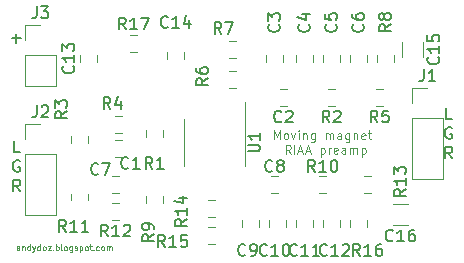
<source format=gbr>
G04 #@! TF.GenerationSoftware,KiCad,Pcbnew,(5.1.4)-1*
G04 #@! TF.CreationDate,2020-02-13T09:56:34+00:00*
G04 #@! TF.ProjectId,Phono stereo 2 smd,50686f6e-6f20-4737-9465-72656f203220,rev?*
G04 #@! TF.SameCoordinates,Original*
G04 #@! TF.FileFunction,Legend,Top*
G04 #@! TF.FilePolarity,Positive*
%FSLAX46Y46*%
G04 Gerber Fmt 4.6, Leading zero omitted, Abs format (unit mm)*
G04 Created by KiCad (PCBNEW (5.1.4)-1) date 2020-02-13 09:56:34*
%MOMM*%
%LPD*%
G04 APERTURE LIST*
%ADD10C,0.125000*%
%ADD11C,0.150000*%
%ADD12C,0.100000*%
%ADD13C,0.120000*%
G04 APERTURE END LIST*
D10*
X21336476Y-56360190D02*
X21336476Y-56098285D01*
X21312666Y-56050666D01*
X21265047Y-56026857D01*
X21169809Y-56026857D01*
X21122190Y-56050666D01*
X21336476Y-56336380D02*
X21288857Y-56360190D01*
X21169809Y-56360190D01*
X21122190Y-56336380D01*
X21098380Y-56288761D01*
X21098380Y-56241142D01*
X21122190Y-56193523D01*
X21169809Y-56169714D01*
X21288857Y-56169714D01*
X21336476Y-56145904D01*
X21574571Y-56026857D02*
X21574571Y-56360190D01*
X21574571Y-56074476D02*
X21598380Y-56050666D01*
X21646000Y-56026857D01*
X21717428Y-56026857D01*
X21765047Y-56050666D01*
X21788857Y-56098285D01*
X21788857Y-56360190D01*
X22241238Y-56360190D02*
X22241238Y-55860190D01*
X22241238Y-56336380D02*
X22193619Y-56360190D01*
X22098380Y-56360190D01*
X22050761Y-56336380D01*
X22026952Y-56312571D01*
X22003142Y-56264952D01*
X22003142Y-56122095D01*
X22026952Y-56074476D01*
X22050761Y-56050666D01*
X22098380Y-56026857D01*
X22193619Y-56026857D01*
X22241238Y-56050666D01*
X22431714Y-56026857D02*
X22550761Y-56360190D01*
X22669809Y-56026857D02*
X22550761Y-56360190D01*
X22503142Y-56479238D01*
X22479333Y-56503047D01*
X22431714Y-56526857D01*
X23074571Y-56360190D02*
X23074571Y-55860190D01*
X23074571Y-56336380D02*
X23026952Y-56360190D01*
X22931714Y-56360190D01*
X22884095Y-56336380D01*
X22860285Y-56312571D01*
X22836476Y-56264952D01*
X22836476Y-56122095D01*
X22860285Y-56074476D01*
X22884095Y-56050666D01*
X22931714Y-56026857D01*
X23026952Y-56026857D01*
X23074571Y-56050666D01*
X23384095Y-56360190D02*
X23336476Y-56336380D01*
X23312666Y-56312571D01*
X23288857Y-56264952D01*
X23288857Y-56122095D01*
X23312666Y-56074476D01*
X23336476Y-56050666D01*
X23384095Y-56026857D01*
X23455523Y-56026857D01*
X23503142Y-56050666D01*
X23526952Y-56074476D01*
X23550761Y-56122095D01*
X23550761Y-56264952D01*
X23526952Y-56312571D01*
X23503142Y-56336380D01*
X23455523Y-56360190D01*
X23384095Y-56360190D01*
X23717428Y-56026857D02*
X23979333Y-56026857D01*
X23717428Y-56360190D01*
X23979333Y-56360190D01*
X24169809Y-56312571D02*
X24193619Y-56336380D01*
X24169809Y-56360190D01*
X24146000Y-56336380D01*
X24169809Y-56312571D01*
X24169809Y-56360190D01*
X24407904Y-56360190D02*
X24407904Y-55860190D01*
X24407904Y-56050666D02*
X24455523Y-56026857D01*
X24550761Y-56026857D01*
X24598380Y-56050666D01*
X24622190Y-56074476D01*
X24646000Y-56122095D01*
X24646000Y-56264952D01*
X24622190Y-56312571D01*
X24598380Y-56336380D01*
X24550761Y-56360190D01*
X24455523Y-56360190D01*
X24407904Y-56336380D01*
X24931714Y-56360190D02*
X24884095Y-56336380D01*
X24860285Y-56288761D01*
X24860285Y-55860190D01*
X25193619Y-56360190D02*
X25146000Y-56336380D01*
X25122190Y-56312571D01*
X25098380Y-56264952D01*
X25098380Y-56122095D01*
X25122190Y-56074476D01*
X25146000Y-56050666D01*
X25193619Y-56026857D01*
X25265047Y-56026857D01*
X25312666Y-56050666D01*
X25336476Y-56074476D01*
X25360285Y-56122095D01*
X25360285Y-56264952D01*
X25336476Y-56312571D01*
X25312666Y-56336380D01*
X25265047Y-56360190D01*
X25193619Y-56360190D01*
X25788857Y-56026857D02*
X25788857Y-56431619D01*
X25765047Y-56479238D01*
X25741238Y-56503047D01*
X25693619Y-56526857D01*
X25622190Y-56526857D01*
X25574571Y-56503047D01*
X25788857Y-56336380D02*
X25741238Y-56360190D01*
X25646000Y-56360190D01*
X25598380Y-56336380D01*
X25574571Y-56312571D01*
X25550761Y-56264952D01*
X25550761Y-56122095D01*
X25574571Y-56074476D01*
X25598380Y-56050666D01*
X25646000Y-56026857D01*
X25741238Y-56026857D01*
X25788857Y-56050666D01*
X26003142Y-56336380D02*
X26050761Y-56360190D01*
X26146000Y-56360190D01*
X26193619Y-56336380D01*
X26217428Y-56288761D01*
X26217428Y-56264952D01*
X26193619Y-56217333D01*
X26146000Y-56193523D01*
X26074571Y-56193523D01*
X26026952Y-56169714D01*
X26003142Y-56122095D01*
X26003142Y-56098285D01*
X26026952Y-56050666D01*
X26074571Y-56026857D01*
X26146000Y-56026857D01*
X26193619Y-56050666D01*
X26431714Y-56026857D02*
X26431714Y-56526857D01*
X26431714Y-56050666D02*
X26479333Y-56026857D01*
X26574571Y-56026857D01*
X26622190Y-56050666D01*
X26646000Y-56074476D01*
X26669809Y-56122095D01*
X26669809Y-56264952D01*
X26646000Y-56312571D01*
X26622190Y-56336380D01*
X26574571Y-56360190D01*
X26479333Y-56360190D01*
X26431714Y-56336380D01*
X26955523Y-56360190D02*
X26907904Y-56336380D01*
X26884095Y-56312571D01*
X26860285Y-56264952D01*
X26860285Y-56122095D01*
X26884095Y-56074476D01*
X26907904Y-56050666D01*
X26955523Y-56026857D01*
X27026952Y-56026857D01*
X27074571Y-56050666D01*
X27098380Y-56074476D01*
X27122190Y-56122095D01*
X27122190Y-56264952D01*
X27098380Y-56312571D01*
X27074571Y-56336380D01*
X27026952Y-56360190D01*
X26955523Y-56360190D01*
X27265047Y-56026857D02*
X27455523Y-56026857D01*
X27336476Y-55860190D02*
X27336476Y-56288761D01*
X27360285Y-56336380D01*
X27407904Y-56360190D01*
X27455523Y-56360190D01*
X27622190Y-56312571D02*
X27646000Y-56336380D01*
X27622190Y-56360190D01*
X27598380Y-56336380D01*
X27622190Y-56312571D01*
X27622190Y-56360190D01*
X28074571Y-56336380D02*
X28026952Y-56360190D01*
X27931714Y-56360190D01*
X27884095Y-56336380D01*
X27860285Y-56312571D01*
X27836476Y-56264952D01*
X27836476Y-56122095D01*
X27860285Y-56074476D01*
X27884095Y-56050666D01*
X27931714Y-56026857D01*
X28026952Y-56026857D01*
X28074571Y-56050666D01*
X28360285Y-56360190D02*
X28312666Y-56336380D01*
X28288857Y-56312571D01*
X28265047Y-56264952D01*
X28265047Y-56122095D01*
X28288857Y-56074476D01*
X28312666Y-56050666D01*
X28360285Y-56026857D01*
X28431714Y-56026857D01*
X28479333Y-56050666D01*
X28503142Y-56074476D01*
X28526952Y-56122095D01*
X28526952Y-56264952D01*
X28503142Y-56312571D01*
X28479333Y-56336380D01*
X28431714Y-56360190D01*
X28360285Y-56360190D01*
X28741238Y-56360190D02*
X28741238Y-56026857D01*
X28741238Y-56074476D02*
X28765047Y-56050666D01*
X28812666Y-56026857D01*
X28884095Y-56026857D01*
X28931714Y-56050666D01*
X28955523Y-56098285D01*
X28955523Y-56360190D01*
X28955523Y-56098285D02*
X28979333Y-56050666D01*
X29026952Y-56026857D01*
X29098380Y-56026857D01*
X29146000Y-56050666D01*
X29169809Y-56098285D01*
X29169809Y-56360190D01*
D11*
X57967523Y-45284380D02*
X57491333Y-45284380D01*
X57491333Y-44284380D01*
X57919904Y-45982000D02*
X57824666Y-45934380D01*
X57681809Y-45934380D01*
X57538952Y-45982000D01*
X57443714Y-46077238D01*
X57396095Y-46172476D01*
X57348476Y-46362952D01*
X57348476Y-46505809D01*
X57396095Y-46696285D01*
X57443714Y-46791523D01*
X57538952Y-46886761D01*
X57681809Y-46934380D01*
X57777047Y-46934380D01*
X57919904Y-46886761D01*
X57967523Y-46839142D01*
X57967523Y-46505809D01*
X57777047Y-46505809D01*
X57967523Y-48584380D02*
X57634190Y-48108190D01*
X57396095Y-48584380D02*
X57396095Y-47584380D01*
X57777047Y-47584380D01*
X57872285Y-47632000D01*
X57919904Y-47679619D01*
X57967523Y-47774857D01*
X57967523Y-47917714D01*
X57919904Y-48012952D01*
X57872285Y-48060571D01*
X57777047Y-48108190D01*
X57396095Y-48108190D01*
X21391523Y-48078380D02*
X20915333Y-48078380D01*
X20915333Y-47078380D01*
X21343904Y-48776000D02*
X21248666Y-48728380D01*
X21105809Y-48728380D01*
X20962952Y-48776000D01*
X20867714Y-48871238D01*
X20820095Y-48966476D01*
X20772476Y-49156952D01*
X20772476Y-49299809D01*
X20820095Y-49490285D01*
X20867714Y-49585523D01*
X20962952Y-49680761D01*
X21105809Y-49728380D01*
X21201047Y-49728380D01*
X21343904Y-49680761D01*
X21391523Y-49633142D01*
X21391523Y-49299809D01*
X21201047Y-49299809D01*
X21391523Y-51378380D02*
X21058190Y-50902190D01*
X20820095Y-51378380D02*
X20820095Y-50378380D01*
X21201047Y-50378380D01*
X21296285Y-50426000D01*
X21343904Y-50473619D01*
X21391523Y-50568857D01*
X21391523Y-50711714D01*
X21343904Y-50806952D01*
X21296285Y-50854571D01*
X21201047Y-50902190D01*
X20820095Y-50902190D01*
X20701047Y-38425428D02*
X21462952Y-38425428D01*
X21082000Y-38806380D02*
X21082000Y-38044476D01*
D12*
X42886857Y-46970785D02*
X42886857Y-46220785D01*
X43136857Y-46756500D01*
X43386857Y-46220785D01*
X43386857Y-46970785D01*
X43851142Y-46970785D02*
X43779714Y-46935071D01*
X43744000Y-46899357D01*
X43708285Y-46827928D01*
X43708285Y-46613642D01*
X43744000Y-46542214D01*
X43779714Y-46506500D01*
X43851142Y-46470785D01*
X43958285Y-46470785D01*
X44029714Y-46506500D01*
X44065428Y-46542214D01*
X44101142Y-46613642D01*
X44101142Y-46827928D01*
X44065428Y-46899357D01*
X44029714Y-46935071D01*
X43958285Y-46970785D01*
X43851142Y-46970785D01*
X44351142Y-46470785D02*
X44529714Y-46970785D01*
X44708285Y-46470785D01*
X44994000Y-46970785D02*
X44994000Y-46470785D01*
X44994000Y-46220785D02*
X44958285Y-46256500D01*
X44994000Y-46292214D01*
X45029714Y-46256500D01*
X44994000Y-46220785D01*
X44994000Y-46292214D01*
X45351142Y-46470785D02*
X45351142Y-46970785D01*
X45351142Y-46542214D02*
X45386857Y-46506500D01*
X45458285Y-46470785D01*
X45565428Y-46470785D01*
X45636857Y-46506500D01*
X45672571Y-46577928D01*
X45672571Y-46970785D01*
X46351142Y-46470785D02*
X46351142Y-47077928D01*
X46315428Y-47149357D01*
X46279714Y-47185071D01*
X46208285Y-47220785D01*
X46101142Y-47220785D01*
X46029714Y-47185071D01*
X46351142Y-46935071D02*
X46279714Y-46970785D01*
X46136857Y-46970785D01*
X46065428Y-46935071D01*
X46029714Y-46899357D01*
X45994000Y-46827928D01*
X45994000Y-46613642D01*
X46029714Y-46542214D01*
X46065428Y-46506500D01*
X46136857Y-46470785D01*
X46279714Y-46470785D01*
X46351142Y-46506500D01*
X47279714Y-46970785D02*
X47279714Y-46470785D01*
X47279714Y-46542214D02*
X47315428Y-46506500D01*
X47386857Y-46470785D01*
X47494000Y-46470785D01*
X47565428Y-46506500D01*
X47601142Y-46577928D01*
X47601142Y-46970785D01*
X47601142Y-46577928D02*
X47636857Y-46506500D01*
X47708285Y-46470785D01*
X47815428Y-46470785D01*
X47886857Y-46506500D01*
X47922571Y-46577928D01*
X47922571Y-46970785D01*
X48601142Y-46970785D02*
X48601142Y-46577928D01*
X48565428Y-46506500D01*
X48494000Y-46470785D01*
X48351142Y-46470785D01*
X48279714Y-46506500D01*
X48601142Y-46935071D02*
X48529714Y-46970785D01*
X48351142Y-46970785D01*
X48279714Y-46935071D01*
X48244000Y-46863642D01*
X48244000Y-46792214D01*
X48279714Y-46720785D01*
X48351142Y-46685071D01*
X48529714Y-46685071D01*
X48601142Y-46649357D01*
X49279714Y-46470785D02*
X49279714Y-47077928D01*
X49244000Y-47149357D01*
X49208285Y-47185071D01*
X49136857Y-47220785D01*
X49029714Y-47220785D01*
X48958285Y-47185071D01*
X49279714Y-46935071D02*
X49208285Y-46970785D01*
X49065428Y-46970785D01*
X48994000Y-46935071D01*
X48958285Y-46899357D01*
X48922571Y-46827928D01*
X48922571Y-46613642D01*
X48958285Y-46542214D01*
X48994000Y-46506500D01*
X49065428Y-46470785D01*
X49208285Y-46470785D01*
X49279714Y-46506500D01*
X49636857Y-46470785D02*
X49636857Y-46970785D01*
X49636857Y-46542214D02*
X49672571Y-46506500D01*
X49744000Y-46470785D01*
X49851142Y-46470785D01*
X49922571Y-46506500D01*
X49958285Y-46577928D01*
X49958285Y-46970785D01*
X50601142Y-46935071D02*
X50529714Y-46970785D01*
X50386857Y-46970785D01*
X50315428Y-46935071D01*
X50279714Y-46863642D01*
X50279714Y-46577928D01*
X50315428Y-46506500D01*
X50386857Y-46470785D01*
X50529714Y-46470785D01*
X50601142Y-46506500D01*
X50636857Y-46577928D01*
X50636857Y-46649357D01*
X50279714Y-46720785D01*
X50851142Y-46470785D02*
X51136857Y-46470785D01*
X50958285Y-46220785D02*
X50958285Y-46863642D01*
X50994000Y-46935071D01*
X51065428Y-46970785D01*
X51136857Y-46970785D01*
X44297571Y-48195785D02*
X44047571Y-47838642D01*
X43869000Y-48195785D02*
X43869000Y-47445785D01*
X44154714Y-47445785D01*
X44226142Y-47481500D01*
X44261857Y-47517214D01*
X44297571Y-47588642D01*
X44297571Y-47695785D01*
X44261857Y-47767214D01*
X44226142Y-47802928D01*
X44154714Y-47838642D01*
X43869000Y-47838642D01*
X44619000Y-48195785D02*
X44619000Y-47445785D01*
X44940428Y-47981500D02*
X45297571Y-47981500D01*
X44869000Y-48195785D02*
X45119000Y-47445785D01*
X45369000Y-48195785D01*
X45583285Y-47981500D02*
X45940428Y-47981500D01*
X45511857Y-48195785D02*
X45761857Y-47445785D01*
X46011857Y-48195785D01*
X46833285Y-47695785D02*
X46833285Y-48445785D01*
X46833285Y-47731500D02*
X46904714Y-47695785D01*
X47047571Y-47695785D01*
X47119000Y-47731500D01*
X47154714Y-47767214D01*
X47190428Y-47838642D01*
X47190428Y-48052928D01*
X47154714Y-48124357D01*
X47119000Y-48160071D01*
X47047571Y-48195785D01*
X46904714Y-48195785D01*
X46833285Y-48160071D01*
X47511857Y-48195785D02*
X47511857Y-47695785D01*
X47511857Y-47838642D02*
X47547571Y-47767214D01*
X47583285Y-47731500D01*
X47654714Y-47695785D01*
X47726142Y-47695785D01*
X48261857Y-48160071D02*
X48190428Y-48195785D01*
X48047571Y-48195785D01*
X47976142Y-48160071D01*
X47940428Y-48088642D01*
X47940428Y-47802928D01*
X47976142Y-47731500D01*
X48047571Y-47695785D01*
X48190428Y-47695785D01*
X48261857Y-47731500D01*
X48297571Y-47802928D01*
X48297571Y-47874357D01*
X47940428Y-47945785D01*
X48940428Y-48195785D02*
X48940428Y-47802928D01*
X48904714Y-47731500D01*
X48833285Y-47695785D01*
X48690428Y-47695785D01*
X48619000Y-47731500D01*
X48940428Y-48160071D02*
X48869000Y-48195785D01*
X48690428Y-48195785D01*
X48619000Y-48160071D01*
X48583285Y-48088642D01*
X48583285Y-48017214D01*
X48619000Y-47945785D01*
X48690428Y-47910071D01*
X48869000Y-47910071D01*
X48940428Y-47874357D01*
X49297571Y-48195785D02*
X49297571Y-47695785D01*
X49297571Y-47767214D02*
X49333285Y-47731500D01*
X49404714Y-47695785D01*
X49511857Y-47695785D01*
X49583285Y-47731500D01*
X49619000Y-47802928D01*
X49619000Y-48195785D01*
X49619000Y-47802928D02*
X49654714Y-47731500D01*
X49726142Y-47695785D01*
X49833285Y-47695785D01*
X49904714Y-47731500D01*
X49940428Y-47802928D01*
X49940428Y-48195785D01*
X50297571Y-47695785D02*
X50297571Y-48445785D01*
X50297571Y-47731500D02*
X50369000Y-47695785D01*
X50511857Y-47695785D01*
X50583285Y-47731500D01*
X50619000Y-47767214D01*
X50654714Y-47838642D01*
X50654714Y-48052928D01*
X50619000Y-48124357D01*
X50583285Y-48160071D01*
X50511857Y-48195785D01*
X50369000Y-48195785D01*
X50297571Y-48160071D01*
D13*
X54196064Y-52430000D02*
X52991936Y-52430000D01*
X54196064Y-54250000D02*
X52991936Y-54250000D01*
X53700000Y-38767936D02*
X53700000Y-39972064D01*
X55520000Y-38767936D02*
X55520000Y-39972064D01*
X52077252Y-42724000D02*
X51554748Y-42724000D01*
X52077252Y-44144000D02*
X51554748Y-44144000D01*
X21784000Y-45660000D02*
X23114000Y-45660000D01*
X21784000Y-46990000D02*
X21784000Y-45660000D01*
X21784000Y-48260000D02*
X24444000Y-48260000D01*
X24444000Y-48260000D02*
X24444000Y-53400000D01*
X21784000Y-48260000D02*
X21784000Y-53400000D01*
X21784000Y-53400000D02*
X24444000Y-53400000D01*
X54550000Y-42612000D02*
X55880000Y-42612000D01*
X54550000Y-43942000D02*
X54550000Y-42612000D01*
X54550000Y-45212000D02*
X57210000Y-45212000D01*
X57210000Y-45212000D02*
X57210000Y-50352000D01*
X54550000Y-45212000D02*
X54550000Y-50352000D01*
X54550000Y-50352000D02*
X57210000Y-50352000D01*
X40406000Y-47244000D02*
X40406000Y-43794000D01*
X40406000Y-47244000D02*
X40406000Y-49194000D01*
X35286000Y-47244000D02*
X35286000Y-45294000D01*
X35286000Y-47244000D02*
X35286000Y-49194000D01*
X30726748Y-39572000D02*
X31249252Y-39572000D01*
X30726748Y-38152000D02*
X31249252Y-38152000D01*
X49328000Y-53840748D02*
X49328000Y-54363252D01*
X50748000Y-53840748D02*
X50748000Y-54363252D01*
X37853252Y-54408000D02*
X37330748Y-54408000D01*
X37853252Y-55828000D02*
X37330748Y-55828000D01*
X37853252Y-52122000D02*
X37330748Y-52122000D01*
X37853252Y-53542000D02*
X37330748Y-53542000D01*
X51061252Y-50090000D02*
X50538748Y-50090000D01*
X51061252Y-51510000D02*
X50538748Y-51510000D01*
X29725252Y-52376000D02*
X29202748Y-52376000D01*
X29725252Y-53796000D02*
X29202748Y-53796000D01*
X25706000Y-51563748D02*
X25706000Y-52086252D01*
X27126000Y-51563748D02*
X27126000Y-52086252D01*
X47251252Y-50090000D02*
X46728748Y-50090000D01*
X47251252Y-51510000D02*
X46728748Y-51510000D01*
X33476000Y-52331252D02*
X33476000Y-51808748D01*
X32056000Y-52331252D02*
X32056000Y-51808748D01*
X53034000Y-40393252D02*
X53034000Y-39870748D01*
X51614000Y-40393252D02*
X51614000Y-39870748D01*
X39631252Y-38660000D02*
X39108748Y-38660000D01*
X39631252Y-40080000D02*
X39108748Y-40080000D01*
X39631252Y-41200000D02*
X39108748Y-41200000D01*
X39631252Y-42620000D02*
X39108748Y-42620000D01*
X29979252Y-45010000D02*
X29456748Y-45010000D01*
X29979252Y-46430000D02*
X29456748Y-46430000D01*
X27126000Y-47251252D02*
X27126000Y-46728748D01*
X25706000Y-47251252D02*
X25706000Y-46728748D01*
X48013252Y-42724000D02*
X47490748Y-42724000D01*
X48013252Y-44144000D02*
X47490748Y-44144000D01*
X32056000Y-46220748D02*
X32056000Y-46743252D01*
X33476000Y-46220748D02*
X33476000Y-46743252D01*
X21784000Y-37278000D02*
X23114000Y-37278000D01*
X21784000Y-38608000D02*
X21784000Y-37278000D01*
X21784000Y-39878000D02*
X24444000Y-39878000D01*
X24444000Y-39878000D02*
X24444000Y-42478000D01*
X21784000Y-39878000D02*
X21784000Y-42478000D01*
X21784000Y-42478000D02*
X24444000Y-42478000D01*
X35254000Y-40139252D02*
X35254000Y-39616748D01*
X33834000Y-40139252D02*
X33834000Y-39616748D01*
X27888000Y-40393252D02*
X27888000Y-39870748D01*
X26468000Y-40393252D02*
X26468000Y-39870748D01*
X47042000Y-53840748D02*
X47042000Y-54363252D01*
X48462000Y-53840748D02*
X48462000Y-54363252D01*
X44756000Y-53840748D02*
X44756000Y-54363252D01*
X46176000Y-53840748D02*
X46176000Y-54363252D01*
X42470000Y-53840748D02*
X42470000Y-54363252D01*
X43890000Y-53840748D02*
X43890000Y-54363252D01*
X40184000Y-53840748D02*
X40184000Y-54363252D01*
X41604000Y-53840748D02*
X41604000Y-54363252D01*
X43187252Y-50090000D02*
X42664748Y-50090000D01*
X43187252Y-51510000D02*
X42664748Y-51510000D01*
X29725252Y-50090000D02*
X29202748Y-50090000D01*
X29725252Y-51510000D02*
X29202748Y-51510000D01*
X50748000Y-40393252D02*
X50748000Y-39870748D01*
X49328000Y-40393252D02*
X49328000Y-39870748D01*
X48462000Y-40393252D02*
X48462000Y-39870748D01*
X47042000Y-40393252D02*
X47042000Y-39870748D01*
X46176000Y-40393252D02*
X46176000Y-39870748D01*
X44756000Y-40393252D02*
X44756000Y-39870748D01*
X43636000Y-40393252D02*
X43636000Y-39870748D01*
X42216000Y-40393252D02*
X42216000Y-39870748D01*
X43949252Y-42724000D02*
X43426748Y-42724000D01*
X43949252Y-44144000D02*
X43426748Y-44144000D01*
X29979252Y-47042000D02*
X29456748Y-47042000D01*
X29979252Y-48462000D02*
X29456748Y-48462000D01*
D11*
X52951142Y-55517142D02*
X52903523Y-55564761D01*
X52760666Y-55612380D01*
X52665428Y-55612380D01*
X52522571Y-55564761D01*
X52427333Y-55469523D01*
X52379714Y-55374285D01*
X52332095Y-55183809D01*
X52332095Y-55040952D01*
X52379714Y-54850476D01*
X52427333Y-54755238D01*
X52522571Y-54660000D01*
X52665428Y-54612380D01*
X52760666Y-54612380D01*
X52903523Y-54660000D01*
X52951142Y-54707619D01*
X53903523Y-55612380D02*
X53332095Y-55612380D01*
X53617809Y-55612380D02*
X53617809Y-54612380D01*
X53522571Y-54755238D01*
X53427333Y-54850476D01*
X53332095Y-54898095D01*
X54760666Y-54612380D02*
X54570190Y-54612380D01*
X54474952Y-54660000D01*
X54427333Y-54707619D01*
X54332095Y-54850476D01*
X54284476Y-55040952D01*
X54284476Y-55421904D01*
X54332095Y-55517142D01*
X54379714Y-55564761D01*
X54474952Y-55612380D01*
X54665428Y-55612380D01*
X54760666Y-55564761D01*
X54808285Y-55517142D01*
X54855904Y-55421904D01*
X54855904Y-55183809D01*
X54808285Y-55088571D01*
X54760666Y-55040952D01*
X54665428Y-54993333D01*
X54474952Y-54993333D01*
X54379714Y-55040952D01*
X54332095Y-55088571D01*
X54284476Y-55183809D01*
X56787142Y-40012857D02*
X56834761Y-40060476D01*
X56882380Y-40203333D01*
X56882380Y-40298571D01*
X56834761Y-40441428D01*
X56739523Y-40536666D01*
X56644285Y-40584285D01*
X56453809Y-40631904D01*
X56310952Y-40631904D01*
X56120476Y-40584285D01*
X56025238Y-40536666D01*
X55930000Y-40441428D01*
X55882380Y-40298571D01*
X55882380Y-40203333D01*
X55930000Y-40060476D01*
X55977619Y-40012857D01*
X56882380Y-39060476D02*
X56882380Y-39631904D01*
X56882380Y-39346190D02*
X55882380Y-39346190D01*
X56025238Y-39441428D01*
X56120476Y-39536666D01*
X56168095Y-39631904D01*
X55882380Y-38155714D02*
X55882380Y-38631904D01*
X56358571Y-38679523D01*
X56310952Y-38631904D01*
X56263333Y-38536666D01*
X56263333Y-38298571D01*
X56310952Y-38203333D01*
X56358571Y-38155714D01*
X56453809Y-38108095D01*
X56691904Y-38108095D01*
X56787142Y-38155714D01*
X56834761Y-38203333D01*
X56882380Y-38298571D01*
X56882380Y-38536666D01*
X56834761Y-38631904D01*
X56787142Y-38679523D01*
X51649333Y-45536380D02*
X51316000Y-45060190D01*
X51077904Y-45536380D02*
X51077904Y-44536380D01*
X51458857Y-44536380D01*
X51554095Y-44584000D01*
X51601714Y-44631619D01*
X51649333Y-44726857D01*
X51649333Y-44869714D01*
X51601714Y-44964952D01*
X51554095Y-45012571D01*
X51458857Y-45060190D01*
X51077904Y-45060190D01*
X52554095Y-44536380D02*
X52077904Y-44536380D01*
X52030285Y-45012571D01*
X52077904Y-44964952D01*
X52173142Y-44917333D01*
X52411238Y-44917333D01*
X52506476Y-44964952D01*
X52554095Y-45012571D01*
X52601714Y-45107809D01*
X52601714Y-45345904D01*
X52554095Y-45441142D01*
X52506476Y-45488761D01*
X52411238Y-45536380D01*
X52173142Y-45536380D01*
X52077904Y-45488761D01*
X52030285Y-45441142D01*
X22780666Y-44112380D02*
X22780666Y-44826666D01*
X22733047Y-44969523D01*
X22637809Y-45064761D01*
X22494952Y-45112380D01*
X22399714Y-45112380D01*
X23209238Y-44207619D02*
X23256857Y-44160000D01*
X23352095Y-44112380D01*
X23590190Y-44112380D01*
X23685428Y-44160000D01*
X23733047Y-44207619D01*
X23780666Y-44302857D01*
X23780666Y-44398095D01*
X23733047Y-44540952D01*
X23161619Y-45112380D01*
X23780666Y-45112380D01*
X55546666Y-41064380D02*
X55546666Y-41778666D01*
X55499047Y-41921523D01*
X55403809Y-42016761D01*
X55260952Y-42064380D01*
X55165714Y-42064380D01*
X56546666Y-42064380D02*
X55975238Y-42064380D01*
X56260952Y-42064380D02*
X56260952Y-41064380D01*
X56165714Y-41207238D01*
X56070476Y-41302476D01*
X55975238Y-41350095D01*
X40698380Y-48005904D02*
X41507904Y-48005904D01*
X41603142Y-47958285D01*
X41650761Y-47910666D01*
X41698380Y-47815428D01*
X41698380Y-47624952D01*
X41650761Y-47529714D01*
X41603142Y-47482095D01*
X41507904Y-47434476D01*
X40698380Y-47434476D01*
X41698380Y-46434476D02*
X41698380Y-47005904D01*
X41698380Y-46720190D02*
X40698380Y-46720190D01*
X40841238Y-46815428D01*
X40936476Y-46910666D01*
X40984095Y-47005904D01*
X30345142Y-37664380D02*
X30011809Y-37188190D01*
X29773714Y-37664380D02*
X29773714Y-36664380D01*
X30154666Y-36664380D01*
X30249904Y-36712000D01*
X30297523Y-36759619D01*
X30345142Y-36854857D01*
X30345142Y-36997714D01*
X30297523Y-37092952D01*
X30249904Y-37140571D01*
X30154666Y-37188190D01*
X29773714Y-37188190D01*
X31297523Y-37664380D02*
X30726095Y-37664380D01*
X31011809Y-37664380D02*
X31011809Y-36664380D01*
X30916571Y-36807238D01*
X30821333Y-36902476D01*
X30726095Y-36950095D01*
X31630857Y-36664380D02*
X32297523Y-36664380D01*
X31868952Y-37664380D01*
X50157142Y-56840380D02*
X49823809Y-56364190D01*
X49585714Y-56840380D02*
X49585714Y-55840380D01*
X49966666Y-55840380D01*
X50061904Y-55888000D01*
X50109523Y-55935619D01*
X50157142Y-56030857D01*
X50157142Y-56173714D01*
X50109523Y-56268952D01*
X50061904Y-56316571D01*
X49966666Y-56364190D01*
X49585714Y-56364190D01*
X51109523Y-56840380D02*
X50538095Y-56840380D01*
X50823809Y-56840380D02*
X50823809Y-55840380D01*
X50728571Y-55983238D01*
X50633333Y-56078476D01*
X50538095Y-56126095D01*
X51966666Y-55840380D02*
X51776190Y-55840380D01*
X51680952Y-55888000D01*
X51633333Y-55935619D01*
X51538095Y-56078476D01*
X51490476Y-56268952D01*
X51490476Y-56649904D01*
X51538095Y-56745142D01*
X51585714Y-56792761D01*
X51680952Y-56840380D01*
X51871428Y-56840380D01*
X51966666Y-56792761D01*
X52014285Y-56745142D01*
X52061904Y-56649904D01*
X52061904Y-56411809D01*
X52014285Y-56316571D01*
X51966666Y-56268952D01*
X51871428Y-56221333D01*
X51680952Y-56221333D01*
X51585714Y-56268952D01*
X51538095Y-56316571D01*
X51490476Y-56411809D01*
X33647142Y-56078380D02*
X33313809Y-55602190D01*
X33075714Y-56078380D02*
X33075714Y-55078380D01*
X33456666Y-55078380D01*
X33551904Y-55126000D01*
X33599523Y-55173619D01*
X33647142Y-55268857D01*
X33647142Y-55411714D01*
X33599523Y-55506952D01*
X33551904Y-55554571D01*
X33456666Y-55602190D01*
X33075714Y-55602190D01*
X34599523Y-56078380D02*
X34028095Y-56078380D01*
X34313809Y-56078380D02*
X34313809Y-55078380D01*
X34218571Y-55221238D01*
X34123333Y-55316476D01*
X34028095Y-55364095D01*
X35504285Y-55078380D02*
X35028095Y-55078380D01*
X34980476Y-55554571D01*
X35028095Y-55506952D01*
X35123333Y-55459333D01*
X35361428Y-55459333D01*
X35456666Y-55506952D01*
X35504285Y-55554571D01*
X35551904Y-55649809D01*
X35551904Y-55887904D01*
X35504285Y-55983142D01*
X35456666Y-56030761D01*
X35361428Y-56078380D01*
X35123333Y-56078380D01*
X35028095Y-56030761D01*
X34980476Y-55983142D01*
X35504380Y-53728857D02*
X35028190Y-54062190D01*
X35504380Y-54300285D02*
X34504380Y-54300285D01*
X34504380Y-53919333D01*
X34552000Y-53824095D01*
X34599619Y-53776476D01*
X34694857Y-53728857D01*
X34837714Y-53728857D01*
X34932952Y-53776476D01*
X34980571Y-53824095D01*
X35028190Y-53919333D01*
X35028190Y-54300285D01*
X35504380Y-52776476D02*
X35504380Y-53347904D01*
X35504380Y-53062190D02*
X34504380Y-53062190D01*
X34647238Y-53157428D01*
X34742476Y-53252666D01*
X34790095Y-53347904D01*
X34837714Y-51919333D02*
X35504380Y-51919333D01*
X34456761Y-52157428D02*
X35171047Y-52395523D01*
X35171047Y-51776476D01*
X54046380Y-51188857D02*
X53570190Y-51522190D01*
X54046380Y-51760285D02*
X53046380Y-51760285D01*
X53046380Y-51379333D01*
X53094000Y-51284095D01*
X53141619Y-51236476D01*
X53236857Y-51188857D01*
X53379714Y-51188857D01*
X53474952Y-51236476D01*
X53522571Y-51284095D01*
X53570190Y-51379333D01*
X53570190Y-51760285D01*
X54046380Y-50236476D02*
X54046380Y-50807904D01*
X54046380Y-50522190D02*
X53046380Y-50522190D01*
X53189238Y-50617428D01*
X53284476Y-50712666D01*
X53332095Y-50807904D01*
X53046380Y-49903142D02*
X53046380Y-49284095D01*
X53427333Y-49617428D01*
X53427333Y-49474571D01*
X53474952Y-49379333D01*
X53522571Y-49331714D01*
X53617809Y-49284095D01*
X53855904Y-49284095D01*
X53951142Y-49331714D01*
X53998761Y-49379333D01*
X54046380Y-49474571D01*
X54046380Y-49760285D01*
X53998761Y-49855523D01*
X53951142Y-49903142D01*
X28821142Y-55188380D02*
X28487809Y-54712190D01*
X28249714Y-55188380D02*
X28249714Y-54188380D01*
X28630666Y-54188380D01*
X28725904Y-54236000D01*
X28773523Y-54283619D01*
X28821142Y-54378857D01*
X28821142Y-54521714D01*
X28773523Y-54616952D01*
X28725904Y-54664571D01*
X28630666Y-54712190D01*
X28249714Y-54712190D01*
X29773523Y-55188380D02*
X29202095Y-55188380D01*
X29487809Y-55188380D02*
X29487809Y-54188380D01*
X29392571Y-54331238D01*
X29297333Y-54426476D01*
X29202095Y-54474095D01*
X30154476Y-54283619D02*
X30202095Y-54236000D01*
X30297333Y-54188380D01*
X30535428Y-54188380D01*
X30630666Y-54236000D01*
X30678285Y-54283619D01*
X30725904Y-54378857D01*
X30725904Y-54474095D01*
X30678285Y-54616952D01*
X30106857Y-55188380D01*
X30725904Y-55188380D01*
X25265142Y-54808380D02*
X24931809Y-54332190D01*
X24693714Y-54808380D02*
X24693714Y-53808380D01*
X25074666Y-53808380D01*
X25169904Y-53856000D01*
X25217523Y-53903619D01*
X25265142Y-53998857D01*
X25265142Y-54141714D01*
X25217523Y-54236952D01*
X25169904Y-54284571D01*
X25074666Y-54332190D01*
X24693714Y-54332190D01*
X26217523Y-54808380D02*
X25646095Y-54808380D01*
X25931809Y-54808380D02*
X25931809Y-53808380D01*
X25836571Y-53951238D01*
X25741333Y-54046476D01*
X25646095Y-54094095D01*
X27169904Y-54808380D02*
X26598476Y-54808380D01*
X26884190Y-54808380D02*
X26884190Y-53808380D01*
X26788952Y-53951238D01*
X26693714Y-54046476D01*
X26598476Y-54094095D01*
X46347142Y-49728380D02*
X46013809Y-49252190D01*
X45775714Y-49728380D02*
X45775714Y-48728380D01*
X46156666Y-48728380D01*
X46251904Y-48776000D01*
X46299523Y-48823619D01*
X46347142Y-48918857D01*
X46347142Y-49061714D01*
X46299523Y-49156952D01*
X46251904Y-49204571D01*
X46156666Y-49252190D01*
X45775714Y-49252190D01*
X47299523Y-49728380D02*
X46728095Y-49728380D01*
X47013809Y-49728380D02*
X47013809Y-48728380D01*
X46918571Y-48871238D01*
X46823333Y-48966476D01*
X46728095Y-49014095D01*
X47918571Y-48728380D02*
X48013809Y-48728380D01*
X48109047Y-48776000D01*
X48156666Y-48823619D01*
X48204285Y-48918857D01*
X48251904Y-49109333D01*
X48251904Y-49347428D01*
X48204285Y-49537904D01*
X48156666Y-49633142D01*
X48109047Y-49680761D01*
X48013809Y-49728380D01*
X47918571Y-49728380D01*
X47823333Y-49680761D01*
X47775714Y-49633142D01*
X47728095Y-49537904D01*
X47680476Y-49347428D01*
X47680476Y-49109333D01*
X47728095Y-48918857D01*
X47775714Y-48823619D01*
X47823333Y-48776000D01*
X47918571Y-48728380D01*
X32710380Y-55030666D02*
X32234190Y-55364000D01*
X32710380Y-55602095D02*
X31710380Y-55602095D01*
X31710380Y-55221142D01*
X31758000Y-55125904D01*
X31805619Y-55078285D01*
X31900857Y-55030666D01*
X32043714Y-55030666D01*
X32138952Y-55078285D01*
X32186571Y-55125904D01*
X32234190Y-55221142D01*
X32234190Y-55602095D01*
X32710380Y-54554476D02*
X32710380Y-54364000D01*
X32662761Y-54268761D01*
X32615142Y-54221142D01*
X32472285Y-54125904D01*
X32281809Y-54078285D01*
X31900857Y-54078285D01*
X31805619Y-54125904D01*
X31758000Y-54173523D01*
X31710380Y-54268761D01*
X31710380Y-54459238D01*
X31758000Y-54554476D01*
X31805619Y-54602095D01*
X31900857Y-54649714D01*
X32138952Y-54649714D01*
X32234190Y-54602095D01*
X32281809Y-54554476D01*
X32329428Y-54459238D01*
X32329428Y-54268761D01*
X32281809Y-54173523D01*
X32234190Y-54125904D01*
X32138952Y-54078285D01*
X52776380Y-37250666D02*
X52300190Y-37584000D01*
X52776380Y-37822095D02*
X51776380Y-37822095D01*
X51776380Y-37441142D01*
X51824000Y-37345904D01*
X51871619Y-37298285D01*
X51966857Y-37250666D01*
X52109714Y-37250666D01*
X52204952Y-37298285D01*
X52252571Y-37345904D01*
X52300190Y-37441142D01*
X52300190Y-37822095D01*
X52204952Y-36679238D02*
X52157333Y-36774476D01*
X52109714Y-36822095D01*
X52014476Y-36869714D01*
X51966857Y-36869714D01*
X51871619Y-36822095D01*
X51824000Y-36774476D01*
X51776380Y-36679238D01*
X51776380Y-36488761D01*
X51824000Y-36393523D01*
X51871619Y-36345904D01*
X51966857Y-36298285D01*
X52014476Y-36298285D01*
X52109714Y-36345904D01*
X52157333Y-36393523D01*
X52204952Y-36488761D01*
X52204952Y-36679238D01*
X52252571Y-36774476D01*
X52300190Y-36822095D01*
X52395428Y-36869714D01*
X52585904Y-36869714D01*
X52681142Y-36822095D01*
X52728761Y-36774476D01*
X52776380Y-36679238D01*
X52776380Y-36488761D01*
X52728761Y-36393523D01*
X52681142Y-36345904D01*
X52585904Y-36298285D01*
X52395428Y-36298285D01*
X52300190Y-36345904D01*
X52252571Y-36393523D01*
X52204952Y-36488761D01*
X38441333Y-38044380D02*
X38108000Y-37568190D01*
X37869904Y-38044380D02*
X37869904Y-37044380D01*
X38250857Y-37044380D01*
X38346095Y-37092000D01*
X38393714Y-37139619D01*
X38441333Y-37234857D01*
X38441333Y-37377714D01*
X38393714Y-37472952D01*
X38346095Y-37520571D01*
X38250857Y-37568190D01*
X37869904Y-37568190D01*
X38774666Y-37044380D02*
X39441333Y-37044380D01*
X39012761Y-38044380D01*
X37282380Y-41822666D02*
X36806190Y-42156000D01*
X37282380Y-42394095D02*
X36282380Y-42394095D01*
X36282380Y-42013142D01*
X36330000Y-41917904D01*
X36377619Y-41870285D01*
X36472857Y-41822666D01*
X36615714Y-41822666D01*
X36710952Y-41870285D01*
X36758571Y-41917904D01*
X36806190Y-42013142D01*
X36806190Y-42394095D01*
X36282380Y-40965523D02*
X36282380Y-41156000D01*
X36330000Y-41251238D01*
X36377619Y-41298857D01*
X36520476Y-41394095D01*
X36710952Y-41441714D01*
X37091904Y-41441714D01*
X37187142Y-41394095D01*
X37234761Y-41346476D01*
X37282380Y-41251238D01*
X37282380Y-41060761D01*
X37234761Y-40965523D01*
X37187142Y-40917904D01*
X37091904Y-40870285D01*
X36853809Y-40870285D01*
X36758571Y-40917904D01*
X36710952Y-40965523D01*
X36663333Y-41060761D01*
X36663333Y-41251238D01*
X36710952Y-41346476D01*
X36758571Y-41394095D01*
X36853809Y-41441714D01*
X29043333Y-44394380D02*
X28710000Y-43918190D01*
X28471904Y-44394380D02*
X28471904Y-43394380D01*
X28852857Y-43394380D01*
X28948095Y-43442000D01*
X28995714Y-43489619D01*
X29043333Y-43584857D01*
X29043333Y-43727714D01*
X28995714Y-43822952D01*
X28948095Y-43870571D01*
X28852857Y-43918190D01*
X28471904Y-43918190D01*
X29900476Y-43727714D02*
X29900476Y-44394380D01*
X29662380Y-43346761D02*
X29424285Y-44061047D01*
X30043333Y-44061047D01*
X25344380Y-44616666D02*
X24868190Y-44950000D01*
X25344380Y-45188095D02*
X24344380Y-45188095D01*
X24344380Y-44807142D01*
X24392000Y-44711904D01*
X24439619Y-44664285D01*
X24534857Y-44616666D01*
X24677714Y-44616666D01*
X24772952Y-44664285D01*
X24820571Y-44711904D01*
X24868190Y-44807142D01*
X24868190Y-45188095D01*
X24344380Y-44283333D02*
X24344380Y-43664285D01*
X24725333Y-43997619D01*
X24725333Y-43854761D01*
X24772952Y-43759523D01*
X24820571Y-43711904D01*
X24915809Y-43664285D01*
X25153904Y-43664285D01*
X25249142Y-43711904D01*
X25296761Y-43759523D01*
X25344380Y-43854761D01*
X25344380Y-44140476D01*
X25296761Y-44235714D01*
X25249142Y-44283333D01*
X47585333Y-45536380D02*
X47252000Y-45060190D01*
X47013904Y-45536380D02*
X47013904Y-44536380D01*
X47394857Y-44536380D01*
X47490095Y-44584000D01*
X47537714Y-44631619D01*
X47585333Y-44726857D01*
X47585333Y-44869714D01*
X47537714Y-44964952D01*
X47490095Y-45012571D01*
X47394857Y-45060190D01*
X47013904Y-45060190D01*
X47966285Y-44631619D02*
X48013904Y-44584000D01*
X48109142Y-44536380D01*
X48347238Y-44536380D01*
X48442476Y-44584000D01*
X48490095Y-44631619D01*
X48537714Y-44726857D01*
X48537714Y-44822095D01*
X48490095Y-44964952D01*
X47918666Y-45536380D01*
X48537714Y-45536380D01*
X32599333Y-49474380D02*
X32266000Y-48998190D01*
X32027904Y-49474380D02*
X32027904Y-48474380D01*
X32408857Y-48474380D01*
X32504095Y-48522000D01*
X32551714Y-48569619D01*
X32599333Y-48664857D01*
X32599333Y-48807714D01*
X32551714Y-48902952D01*
X32504095Y-48950571D01*
X32408857Y-48998190D01*
X32027904Y-48998190D01*
X33551714Y-49474380D02*
X32980285Y-49474380D01*
X33266000Y-49474380D02*
X33266000Y-48474380D01*
X33170761Y-48617238D01*
X33075523Y-48712476D01*
X32980285Y-48760095D01*
X22780666Y-35730380D02*
X22780666Y-36444666D01*
X22733047Y-36587523D01*
X22637809Y-36682761D01*
X22494952Y-36730380D01*
X22399714Y-36730380D01*
X23161619Y-35730380D02*
X23780666Y-35730380D01*
X23447333Y-36111333D01*
X23590190Y-36111333D01*
X23685428Y-36158952D01*
X23733047Y-36206571D01*
X23780666Y-36301809D01*
X23780666Y-36539904D01*
X23733047Y-36635142D01*
X23685428Y-36682761D01*
X23590190Y-36730380D01*
X23304476Y-36730380D01*
X23209238Y-36682761D01*
X23161619Y-36635142D01*
X33901142Y-37441142D02*
X33853523Y-37488761D01*
X33710666Y-37536380D01*
X33615428Y-37536380D01*
X33472571Y-37488761D01*
X33377333Y-37393523D01*
X33329714Y-37298285D01*
X33282095Y-37107809D01*
X33282095Y-36964952D01*
X33329714Y-36774476D01*
X33377333Y-36679238D01*
X33472571Y-36584000D01*
X33615428Y-36536380D01*
X33710666Y-36536380D01*
X33853523Y-36584000D01*
X33901142Y-36631619D01*
X34853523Y-37536380D02*
X34282095Y-37536380D01*
X34567809Y-37536380D02*
X34567809Y-36536380D01*
X34472571Y-36679238D01*
X34377333Y-36774476D01*
X34282095Y-36822095D01*
X35710666Y-36869714D02*
X35710666Y-37536380D01*
X35472571Y-36488761D02*
X35234476Y-37203047D01*
X35853523Y-37203047D01*
X25885142Y-40774857D02*
X25932761Y-40822476D01*
X25980380Y-40965333D01*
X25980380Y-41060571D01*
X25932761Y-41203428D01*
X25837523Y-41298666D01*
X25742285Y-41346285D01*
X25551809Y-41393904D01*
X25408952Y-41393904D01*
X25218476Y-41346285D01*
X25123238Y-41298666D01*
X25028000Y-41203428D01*
X24980380Y-41060571D01*
X24980380Y-40965333D01*
X25028000Y-40822476D01*
X25075619Y-40774857D01*
X25980380Y-39822476D02*
X25980380Y-40393904D01*
X25980380Y-40108190D02*
X24980380Y-40108190D01*
X25123238Y-40203428D01*
X25218476Y-40298666D01*
X25266095Y-40393904D01*
X24980380Y-39489142D02*
X24980380Y-38870095D01*
X25361333Y-39203428D01*
X25361333Y-39060571D01*
X25408952Y-38965333D01*
X25456571Y-38917714D01*
X25551809Y-38870095D01*
X25789904Y-38870095D01*
X25885142Y-38917714D01*
X25932761Y-38965333D01*
X25980380Y-39060571D01*
X25980380Y-39346285D01*
X25932761Y-39441523D01*
X25885142Y-39489142D01*
X47363142Y-56745142D02*
X47315523Y-56792761D01*
X47172666Y-56840380D01*
X47077428Y-56840380D01*
X46934571Y-56792761D01*
X46839333Y-56697523D01*
X46791714Y-56602285D01*
X46744095Y-56411809D01*
X46744095Y-56268952D01*
X46791714Y-56078476D01*
X46839333Y-55983238D01*
X46934571Y-55888000D01*
X47077428Y-55840380D01*
X47172666Y-55840380D01*
X47315523Y-55888000D01*
X47363142Y-55935619D01*
X48315523Y-56840380D02*
X47744095Y-56840380D01*
X48029809Y-56840380D02*
X48029809Y-55840380D01*
X47934571Y-55983238D01*
X47839333Y-56078476D01*
X47744095Y-56126095D01*
X48696476Y-55935619D02*
X48744095Y-55888000D01*
X48839333Y-55840380D01*
X49077428Y-55840380D01*
X49172666Y-55888000D01*
X49220285Y-55935619D01*
X49267904Y-56030857D01*
X49267904Y-56126095D01*
X49220285Y-56268952D01*
X48648857Y-56840380D01*
X49267904Y-56840380D01*
X44823142Y-56745142D02*
X44775523Y-56792761D01*
X44632666Y-56840380D01*
X44537428Y-56840380D01*
X44394571Y-56792761D01*
X44299333Y-56697523D01*
X44251714Y-56602285D01*
X44204095Y-56411809D01*
X44204095Y-56268952D01*
X44251714Y-56078476D01*
X44299333Y-55983238D01*
X44394571Y-55888000D01*
X44537428Y-55840380D01*
X44632666Y-55840380D01*
X44775523Y-55888000D01*
X44823142Y-55935619D01*
X45775523Y-56840380D02*
X45204095Y-56840380D01*
X45489809Y-56840380D02*
X45489809Y-55840380D01*
X45394571Y-55983238D01*
X45299333Y-56078476D01*
X45204095Y-56126095D01*
X46727904Y-56840380D02*
X46156476Y-56840380D01*
X46442190Y-56840380D02*
X46442190Y-55840380D01*
X46346952Y-55983238D01*
X46251714Y-56078476D01*
X46156476Y-56126095D01*
X42283142Y-56745142D02*
X42235523Y-56792761D01*
X42092666Y-56840380D01*
X41997428Y-56840380D01*
X41854571Y-56792761D01*
X41759333Y-56697523D01*
X41711714Y-56602285D01*
X41664095Y-56411809D01*
X41664095Y-56268952D01*
X41711714Y-56078476D01*
X41759333Y-55983238D01*
X41854571Y-55888000D01*
X41997428Y-55840380D01*
X42092666Y-55840380D01*
X42235523Y-55888000D01*
X42283142Y-55935619D01*
X43235523Y-56840380D02*
X42664095Y-56840380D01*
X42949809Y-56840380D02*
X42949809Y-55840380D01*
X42854571Y-55983238D01*
X42759333Y-56078476D01*
X42664095Y-56126095D01*
X43854571Y-55840380D02*
X43949809Y-55840380D01*
X44045047Y-55888000D01*
X44092666Y-55935619D01*
X44140285Y-56030857D01*
X44187904Y-56221333D01*
X44187904Y-56459428D01*
X44140285Y-56649904D01*
X44092666Y-56745142D01*
X44045047Y-56792761D01*
X43949809Y-56840380D01*
X43854571Y-56840380D01*
X43759333Y-56792761D01*
X43711714Y-56745142D01*
X43664095Y-56649904D01*
X43616476Y-56459428D01*
X43616476Y-56221333D01*
X43664095Y-56030857D01*
X43711714Y-55935619D01*
X43759333Y-55888000D01*
X43854571Y-55840380D01*
X40473333Y-56745142D02*
X40425714Y-56792761D01*
X40282857Y-56840380D01*
X40187619Y-56840380D01*
X40044761Y-56792761D01*
X39949523Y-56697523D01*
X39901904Y-56602285D01*
X39854285Y-56411809D01*
X39854285Y-56268952D01*
X39901904Y-56078476D01*
X39949523Y-55983238D01*
X40044761Y-55888000D01*
X40187619Y-55840380D01*
X40282857Y-55840380D01*
X40425714Y-55888000D01*
X40473333Y-55935619D01*
X40949523Y-56840380D02*
X41140000Y-56840380D01*
X41235238Y-56792761D01*
X41282857Y-56745142D01*
X41378095Y-56602285D01*
X41425714Y-56411809D01*
X41425714Y-56030857D01*
X41378095Y-55935619D01*
X41330476Y-55888000D01*
X41235238Y-55840380D01*
X41044761Y-55840380D01*
X40949523Y-55888000D01*
X40901904Y-55935619D01*
X40854285Y-56030857D01*
X40854285Y-56268952D01*
X40901904Y-56364190D01*
X40949523Y-56411809D01*
X41044761Y-56459428D01*
X41235238Y-56459428D01*
X41330476Y-56411809D01*
X41378095Y-56364190D01*
X41425714Y-56268952D01*
X42759333Y-49633142D02*
X42711714Y-49680761D01*
X42568857Y-49728380D01*
X42473619Y-49728380D01*
X42330761Y-49680761D01*
X42235523Y-49585523D01*
X42187904Y-49490285D01*
X42140285Y-49299809D01*
X42140285Y-49156952D01*
X42187904Y-48966476D01*
X42235523Y-48871238D01*
X42330761Y-48776000D01*
X42473619Y-48728380D01*
X42568857Y-48728380D01*
X42711714Y-48776000D01*
X42759333Y-48823619D01*
X43330761Y-49156952D02*
X43235523Y-49109333D01*
X43187904Y-49061714D01*
X43140285Y-48966476D01*
X43140285Y-48918857D01*
X43187904Y-48823619D01*
X43235523Y-48776000D01*
X43330761Y-48728380D01*
X43521238Y-48728380D01*
X43616476Y-48776000D01*
X43664095Y-48823619D01*
X43711714Y-48918857D01*
X43711714Y-48966476D01*
X43664095Y-49061714D01*
X43616476Y-49109333D01*
X43521238Y-49156952D01*
X43330761Y-49156952D01*
X43235523Y-49204571D01*
X43187904Y-49252190D01*
X43140285Y-49347428D01*
X43140285Y-49537904D01*
X43187904Y-49633142D01*
X43235523Y-49680761D01*
X43330761Y-49728380D01*
X43521238Y-49728380D01*
X43616476Y-49680761D01*
X43664095Y-49633142D01*
X43711714Y-49537904D01*
X43711714Y-49347428D01*
X43664095Y-49252190D01*
X43616476Y-49204571D01*
X43521238Y-49156952D01*
X28027333Y-49887142D02*
X27979714Y-49934761D01*
X27836857Y-49982380D01*
X27741619Y-49982380D01*
X27598761Y-49934761D01*
X27503523Y-49839523D01*
X27455904Y-49744285D01*
X27408285Y-49553809D01*
X27408285Y-49410952D01*
X27455904Y-49220476D01*
X27503523Y-49125238D01*
X27598761Y-49030000D01*
X27741619Y-48982380D01*
X27836857Y-48982380D01*
X27979714Y-49030000D01*
X28027333Y-49077619D01*
X28360666Y-48982380D02*
X29027333Y-48982380D01*
X28598761Y-49982380D01*
X50395142Y-37250666D02*
X50442761Y-37298285D01*
X50490380Y-37441142D01*
X50490380Y-37536380D01*
X50442761Y-37679238D01*
X50347523Y-37774476D01*
X50252285Y-37822095D01*
X50061809Y-37869714D01*
X49918952Y-37869714D01*
X49728476Y-37822095D01*
X49633238Y-37774476D01*
X49538000Y-37679238D01*
X49490380Y-37536380D01*
X49490380Y-37441142D01*
X49538000Y-37298285D01*
X49585619Y-37250666D01*
X49490380Y-36393523D02*
X49490380Y-36584000D01*
X49538000Y-36679238D01*
X49585619Y-36726857D01*
X49728476Y-36822095D01*
X49918952Y-36869714D01*
X50299904Y-36869714D01*
X50395142Y-36822095D01*
X50442761Y-36774476D01*
X50490380Y-36679238D01*
X50490380Y-36488761D01*
X50442761Y-36393523D01*
X50395142Y-36345904D01*
X50299904Y-36298285D01*
X50061809Y-36298285D01*
X49966571Y-36345904D01*
X49918952Y-36393523D01*
X49871333Y-36488761D01*
X49871333Y-36679238D01*
X49918952Y-36774476D01*
X49966571Y-36822095D01*
X50061809Y-36869714D01*
X48109142Y-37250666D02*
X48156761Y-37298285D01*
X48204380Y-37441142D01*
X48204380Y-37536380D01*
X48156761Y-37679238D01*
X48061523Y-37774476D01*
X47966285Y-37822095D01*
X47775809Y-37869714D01*
X47632952Y-37869714D01*
X47442476Y-37822095D01*
X47347238Y-37774476D01*
X47252000Y-37679238D01*
X47204380Y-37536380D01*
X47204380Y-37441142D01*
X47252000Y-37298285D01*
X47299619Y-37250666D01*
X47204380Y-36345904D02*
X47204380Y-36822095D01*
X47680571Y-36869714D01*
X47632952Y-36822095D01*
X47585333Y-36726857D01*
X47585333Y-36488761D01*
X47632952Y-36393523D01*
X47680571Y-36345904D01*
X47775809Y-36298285D01*
X48013904Y-36298285D01*
X48109142Y-36345904D01*
X48156761Y-36393523D01*
X48204380Y-36488761D01*
X48204380Y-36726857D01*
X48156761Y-36822095D01*
X48109142Y-36869714D01*
X45823142Y-37250666D02*
X45870761Y-37298285D01*
X45918380Y-37441142D01*
X45918380Y-37536380D01*
X45870761Y-37679238D01*
X45775523Y-37774476D01*
X45680285Y-37822095D01*
X45489809Y-37869714D01*
X45346952Y-37869714D01*
X45156476Y-37822095D01*
X45061238Y-37774476D01*
X44966000Y-37679238D01*
X44918380Y-37536380D01*
X44918380Y-37441142D01*
X44966000Y-37298285D01*
X45013619Y-37250666D01*
X45251714Y-36393523D02*
X45918380Y-36393523D01*
X44870761Y-36631619D02*
X45585047Y-36869714D01*
X45585047Y-36250666D01*
X43283142Y-37250666D02*
X43330761Y-37298285D01*
X43378380Y-37441142D01*
X43378380Y-37536380D01*
X43330761Y-37679238D01*
X43235523Y-37774476D01*
X43140285Y-37822095D01*
X42949809Y-37869714D01*
X42806952Y-37869714D01*
X42616476Y-37822095D01*
X42521238Y-37774476D01*
X42426000Y-37679238D01*
X42378380Y-37536380D01*
X42378380Y-37441142D01*
X42426000Y-37298285D01*
X42473619Y-37250666D01*
X42378380Y-36917333D02*
X42378380Y-36298285D01*
X42759333Y-36631619D01*
X42759333Y-36488761D01*
X42806952Y-36393523D01*
X42854571Y-36345904D01*
X42949809Y-36298285D01*
X43187904Y-36298285D01*
X43283142Y-36345904D01*
X43330761Y-36393523D01*
X43378380Y-36488761D01*
X43378380Y-36774476D01*
X43330761Y-36869714D01*
X43283142Y-36917333D01*
X43521333Y-45441142D02*
X43473714Y-45488761D01*
X43330857Y-45536380D01*
X43235619Y-45536380D01*
X43092761Y-45488761D01*
X42997523Y-45393523D01*
X42949904Y-45298285D01*
X42902285Y-45107809D01*
X42902285Y-44964952D01*
X42949904Y-44774476D01*
X42997523Y-44679238D01*
X43092761Y-44584000D01*
X43235619Y-44536380D01*
X43330857Y-44536380D01*
X43473714Y-44584000D01*
X43521333Y-44631619D01*
X43902285Y-44631619D02*
X43949904Y-44584000D01*
X44045142Y-44536380D01*
X44283238Y-44536380D01*
X44378476Y-44584000D01*
X44426095Y-44631619D01*
X44473714Y-44726857D01*
X44473714Y-44822095D01*
X44426095Y-44964952D01*
X43854666Y-45536380D01*
X44473714Y-45536380D01*
X30567333Y-49379142D02*
X30519714Y-49426761D01*
X30376857Y-49474380D01*
X30281619Y-49474380D01*
X30138761Y-49426761D01*
X30043523Y-49331523D01*
X29995904Y-49236285D01*
X29948285Y-49045809D01*
X29948285Y-48902952D01*
X29995904Y-48712476D01*
X30043523Y-48617238D01*
X30138761Y-48522000D01*
X30281619Y-48474380D01*
X30376857Y-48474380D01*
X30519714Y-48522000D01*
X30567333Y-48569619D01*
X31519714Y-49474380D02*
X30948285Y-49474380D01*
X31234000Y-49474380D02*
X31234000Y-48474380D01*
X31138761Y-48617238D01*
X31043523Y-48712476D01*
X30948285Y-48760095D01*
M02*

</source>
